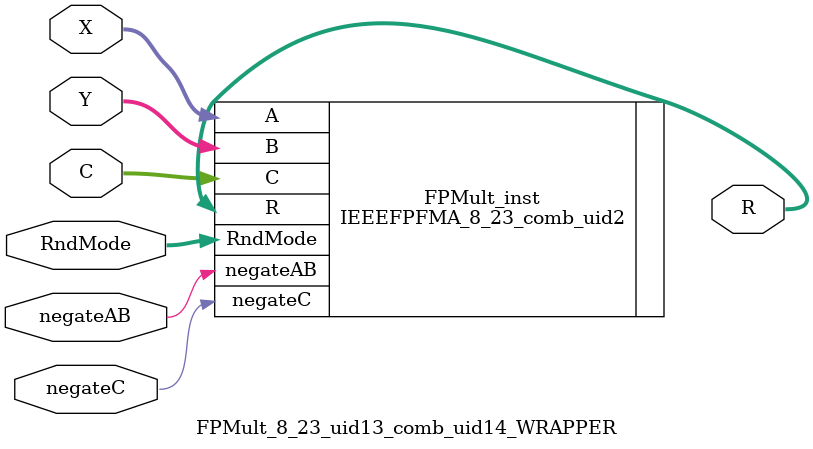
<source format=sv>
`timescale 1ns / 1ps


module FPMult_8_23_uid13_comb_uid14_WRAPPER(

    input                [31:0] X,
    input                [31:0] Y,
    input                [31:0] C,
    input                negateAB,
    input                negateC,
    input          [1:0] RndMode,
    output logic         [31:0] R


);

  // Instantiate the top VHDL module
  IEEEFPFMA_8_23_comb_uid2 FPMult_inst (
    .A(X),
    .B(Y),
    .C(C), 
    .negateAB(negateAB),
    .negateC(negateC),
    .RndMode(RndMode),
    .R(R)
  );

endmodule

</source>
